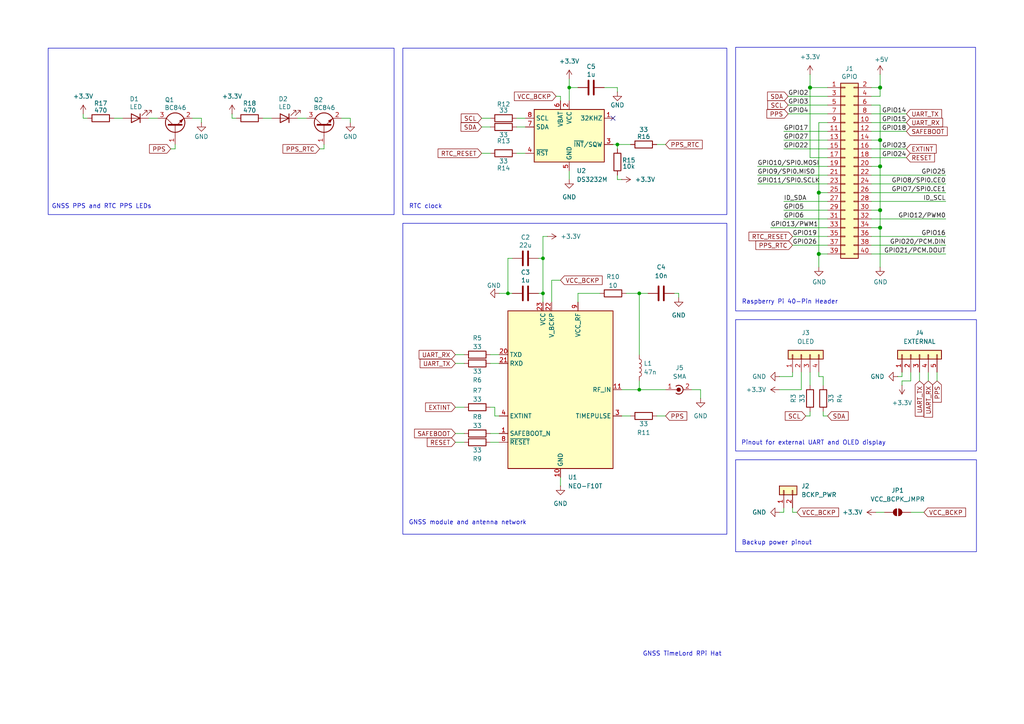
<source format=kicad_sch>
(kicad_sch (version 20250114) (generator "eeschema") (generator_version "9.0")
  (paper "A4")
  (title_block (date "15 nov 2012"))
  (lib_symbols
    (symbol "Connector:Conn_Coaxial_Power" (pin_names (offset 1.016) (hide yes))
      (property "Reference" "J" (at -5.08 -1.27 90))
      (property "Value" "Conn_Coaxial_Power" (at -3.175 -1.27 90))
      (symbol "Conn_Coaxial_Power_0_1"
        (arc (start 1.016 -0.508) (mid 1.2048 -0.8684) (end 1.27 -1.27) (stroke (width 0.254)))
        (polyline (pts (xy 0 0) (xy 0 -1.27)))
        (arc (start 1.27 -1.27) (mid 0 -2.5345) (end -1.27 -1.27) (stroke (width 0.254)))
        (arc (start -1.27 -1.27) (mid -1.2048 -0.8684) (end -1.016 -0.508) (stroke (width 0.254)))
        (circle (center 0 -1.27) (radius 0.508) (stroke (width 0.2032)) (fill (type outline)))
        (polyline (pts (xy 0 -2.54) (xy 0 -3.048)))
      )
      (symbol "Conn_Coaxial_Power_1_1"
        (pin passive line (at 0 2.54 270) (length 2.54) (name "In") (number "1"))
        (pin passive line (at 0 -5.08 90) (length 2.54) (name "Ext") (number "2"))
      )
    )
    (symbol "Connector_Generic:Conn_01x02" (pin_names (offset 1.016) (hide yes))
      (property "Reference" "J" (at 0 2.54 0))
      (property "Value" "Conn_01x02" (at 0 -5.08 0))
      (symbol "Conn_01x02_1_1"
        (rectangle (start -1.27 1.27) (end 1.27 -3.81) (stroke (width 0.254)) (fill (type background)))
        (rectangle (start -1.27 0.127) (end 0 -0.127) (stroke (width 0.1524)))
        (rectangle (start -1.27 -2.413) (end 0 -2.667) (stroke (width 0.1524)))
        (pin passive line (at -5.08 0 0) (length 3.81) (name "Pin_1") (number "1"))
        (pin passive line (at -5.08 -2.54 0) (length 3.81) (name "Pin_2") (number "2"))
      )
    )
    (symbol "Connector_Generic:Conn_01x04" (pin_names (offset 1.016) (hide yes))
      (property "Reference" "J" (at 0 5.08 0))
      (property "Value" "Conn_01x04" (at 0 -7.62 0))
      (symbol "Conn_01x04_1_1"
        (rectangle (start -1.27 3.81) (end 1.27 -6.35) (stroke (width 0.254)) (fill (type background)))
        (rectangle (start -1.27 2.667) (end 0 2.413) (stroke (width 0.1524)))
        (rectangle (start -1.27 0.127) (end 0 -0.127) (stroke (width 0.1524)))
        (rectangle (start -1.27 -2.413) (end 0 -2.667) (stroke (width 0.1524)))
        (rectangle (start -1.27 -4.953) (end 0 -5.207) (stroke (width 0.1524)))
        (pin passive line (at -5.08 2.54 0) (length 3.81) (name "Pin_1") (number "1"))
        (pin passive line (at -5.08 0 0) (length 3.81) (name "Pin_2") (number "2"))
        (pin passive line (at -5.08 -2.54 0) (length 3.81) (name "Pin_3") (number "3"))
        (pin passive line (at -5.08 -5.08 0) (length 3.81) (name "Pin_4") (number "4"))
      )
    )
    (symbol "Connector_Generic:Conn_01x05" (pin_names (offset 1.016) (hide yes))
      (property "Reference" "J" (at 0 7.62 0))
      (property "Value" "Conn_01x05" (at 0 -7.62 0))
      (symbol "Conn_01x05_1_1"
        (rectangle (start -1.27 6.35) (end 1.27 -6.35) (stroke (width 0.254)) (fill (type background)))
        (rectangle (start -1.27 5.207) (end 0 4.953) (stroke (width 0.1524)))
        (rectangle (start -1.27 2.667) (end 0 2.413) (stroke (width 0.1524)))
        (rectangle (start -1.27 0.127) (end 0 -0.127) (stroke (width 0.1524)))
        (rectangle (start -1.27 -2.413) (end 0 -2.667) (stroke (width 0.1524)))
        (rectangle (start -1.27 -4.953) (end 0 -5.207) (stroke (width 0.1524)))
        (pin passive line (at -5.08 5.08 0) (length 3.81) (name "Pin_1") (number "1"))
        (pin passive line (at -5.08 2.54 0) (length 3.81) (name "Pin_2") (number "2"))
        (pin passive line (at -5.08 0 0) (length 3.81) (name "Pin_3") (number "3"))
        (pin passive line (at -5.08 -2.54 0) (length 3.81) (name "Pin_4") (number "4"))
        (pin passive line (at -5.08 -5.08 0) (length 3.81) (name "Pin_5") (number "5"))
      )
    )
    (symbol "Connector_Generic:Conn_02x20_Odd_Even" (pin_names (offset 1.016) (hide yes))
      (property "Reference" "J" (at 1.27 25.4 0))
      (property "Value" "Conn_02x20_Odd_Even" (at 1.27 -27.94 0))
      (symbol "Conn_02x20_Odd_Even_1_1"
        (rectangle (start -1.27 24.13) (end 3.81 -26.67) (stroke (width 0.254)) (fill (type background)))
        (rectangle (start -1.27 22.987) (end 0 22.733) (stroke (width 0.1524)))
        (rectangle (start -1.27 20.447) (end 0 20.193) (stroke (width 0.1524)))
        (rectangle (start -1.27 17.907) (end 0 17.653) (stroke (width 0.1524)))
        (rectangle (start -1.27 15.367) (end 0 15.113) (stroke (width 0.1524)))
        (rectangle (start -1.27 12.827) (end 0 12.573) (stroke (width 0.1524)))
        (rectangle (start -1.27 10.287) (end 0 10.033) (stroke (width 0.1524)))
        (rectangle (start -1.27 7.747) (end 0 7.493) (stroke (width 0.1524)))
        (rectangle (start -1.27 5.207) (end 0 4.953) (stroke (width 0.1524)))
        (rectangle (start -1.27 2.667) (end 0 2.413) (stroke (width 0.1524)))
        (rectangle (start -1.27 0.127) (end 0 -0.127) (stroke (width 0.1524)))
        (rectangle (start -1.27 -2.413) (end 0 -2.667) (stroke (width 0.1524)))
        (rectangle (start -1.27 -4.953) (end 0 -5.207) (stroke (width 0.1524)))
        (rectangle (start -1.27 -7.493) (end 0 -7.747) (stroke (width 0.1524)))
        (rectangle (start -1.27 -10.033) (end 0 -10.287) (stroke (width 0.1524)))
        (rectangle (start -1.27 -12.573) (end 0 -12.827) (stroke (width 0.1524)))
        (rectangle (start -1.27 -15.113) (end 0 -15.367) (stroke (width 0.1524)))
        (rectangle (start -1.27 -17.653) (end 0 -17.907) (stroke (width 0.1524)))
        (rectangle (start -1.27 -20.193) (end 0 -20.447) (stroke (width 0.1524)))
        (rectangle (start -1.27 -22.733) (end 0 -22.987) (stroke (width 0.1524)))
        (rectangle (start -1.27 -25.273) (end 0 -25.527) (stroke (width 0.1524)))
        (rectangle (start 3.81 22.987) (end 2.54 22.733) (stroke (width 0.1524)))
        (rectangle (start 3.81 20.447) (end 2.54 20.193) (stroke (width 0.1524)))
        (rectangle (start 3.81 17.907) (end 2.54 17.653) (stroke (width 0.1524)))
        (rectangle (start 3.81 15.367) (end 2.54 15.113) (stroke (width 0.1524)))
        (rectangle (start 3.81 12.827) (end 2.54 12.573) (stroke (width 0.1524)))
        (rectangle (start 3.81 10.287) (end 2.54 10.033) (stroke (width 0.1524)))
        (rectangle (start 3.81 7.747) (end 2.54 7.493) (stroke (width 0.1524)))
        (rectangle (start 3.81 5.207) (end 2.54 4.953) (stroke (width 0.1524)))
        (rectangle (start 3.81 2.667) (end 2.54 2.413) (stroke (width 0.1524)))
        (rectangle (start 3.81 0.127) (end 2.54 -0.127) (stroke (width 0.1524)))
        (rectangle (start 3.81 -2.413) (end 2.54 -2.667) (stroke (width 0.1524)))
        (rectangle (start 3.81 -4.953) (end 2.54 -5.207) (stroke (width 0.1524)))
        (rectangle (start 3.81 -7.493) (end 2.54 -7.747) (stroke (width 0.1524)))
        (rectangle (start 3.81 -10.033) (end 2.54 -10.287) (stroke (width 0.1524)))
        (rectangle (start 3.81 -12.573) (end 2.54 -12.827) (stroke (width 0.1524)))
        (rectangle (start 3.81 -15.113) (end 2.54 -15.367) (stroke (width 0.1524)))
        (rectangle (start 3.81 -17.653) (end 2.54 -17.907) (stroke (width 0.1524)))
        (rectangle (start 3.81 -20.193) (end 2.54 -20.447) (stroke (width 0.1524)))
        (rectangle (start 3.81 -22.733) (end 2.54 -22.987) (stroke (width 0.1524)))
        (rectangle (start 3.81 -25.273) (end 2.54 -25.527) (stroke (width 0.1524)))
        (pin passive line (at -5.08 22.86 0) (length 3.81) (name "Pin_1") (number "1"))
        (pin passive line (at -5.08 20.32 0) (length 3.81) (name "Pin_3") (number "3"))
        (pin passive line (at -5.08 17.78 0) (length 3.81) (name "Pin_5") (number "5"))
        (pin passive line (at -5.08 15.24 0) (length 3.81) (name "Pin_7") (number "7"))
        (pin passive line (at -5.08 12.7 0) (length 3.81) (name "Pin_9") (number "9"))
        (pin passive line (at -5.08 10.16 0) (length 3.81) (name "Pin_11") (number "11"))
        (pin passive line (at -5.08 7.62 0) (length 3.81) (name "Pin_13") (number "13"))
        (pin passive line (at -5.08 5.08 0) (length 3.81) (name "Pin_15") (number "15"))
        (pin passive line (at -5.08 2.54 0) (length 3.81) (name "Pin_17") (number "17"))
        (pin passive line (at -5.08 0 0) (length 3.81) (name "Pin_19") (number "19"))
        (pin passive line (at -5.08 -2.54 0) (length 3.81) (name "Pin_21") (number "21"))
        (pin passive line (at -5.08 -5.08 0) (length 3.81) (name "Pin_23") (number "23"))
        (pin passive line (at -5.08 -7.62 0) (length 3.81) (name "Pin_25") (number "25"))
        (pin passive line (at -5.08 -10.16 0) (length 3.81) (name "Pin_27") (number "27"))
        (pin passive line (at -5.08 -12.7 0) (length 3.81) (name "Pin_29") (number "29"))
        (pin passive line (at -5.08 -15.24 0) (length 3.81) (name "Pin_31") (number "31"))
        (pin passive line (at -5.08 -17.78 0) (length 3.81) (name "Pin_33") (number "33"))
        (pin passive line (at -5.08 -20.32 0) (length 3.81) (name "Pin_35") (number "35"))
        (pin passive line (at -5.08 -22.86 0) (length 3.81) (name "Pin_37") (number "37"))
        (pin passive line (at -5.08 -25.4 0) (length 3.81) (name "Pin_39") (number "39"))
        (pin passive line (at 7.62 22.86 180) (length 3.81) (name "Pin_2") (number "2"))
        (pin passive line (at 7.62 20.32 180) (length 3.81) (name "Pin_4") (number "4"))
        (pin passive line (at 7.62 17.78 180) (length 3.81) (name "Pin_6") (number "6"))
        (pin passive line (at 7.62 15.24 180) (length 3.81) (name "Pin_8") (number "8"))
        (pin passive line (at 7.62 12.7 180) (length 3.81) (name "Pin_10") (number "10"))
        (pin passive line (at 7.62 10.16 180) (length 3.81) (name "Pin_12") (number "12"))
        (pin passive line (at 7.62 7.62 180) (length 3.81) (name "Pin_14") (number "14"))
        (pin passive line (at 7.62 5.08 180) (length 3.81) (name "Pin_16") (number "16"))
        (pin passive line (at 7.62 2.54 180) (length 3.81) (name "Pin_18") (number "18"))
        (pin passive line (at 7.62 0 180) (length 3.81) (name "Pin_20") (number "20"))
        (pin passive line (at 7.62 -2.54 180) (length 3.81) (name "Pin_22") (number "22"))
        (pin passive line (at 7.62 -5.08 180) (length 3.81) (name "Pin_24") (number "24"))
        (pin passive line (at 7.62 -7.62 180) (length 3.81) (name "Pin_26") (number "26"))
        (pin passive line (at 7.62 -10.16 180) (length 3.81) (name "Pin_28") (number "28"))
        (pin passive line (at 7.62 -12.7 180) (length 3.81) (name "Pin_30") (number "30"))
        (pin passive line (at 7.62 -15.24 180) (length 3.81) (name "Pin_32") (number "32"))
        (pin passive line (at 7.62 -17.78 180) (length 3.81) (name "Pin_34") (number "34"))
        (pin passive line (at 7.62 -20.32 180) (length 3.81) (name "Pin_36") (number "36"))
        (pin passive line (at 7.62 -22.86 180) (length 3.81) (name "Pin_38") (number "38"))
        (pin passive line (at 7.62 -25.4 180) (length 3.81) (name "Pin_40") (number "40"))
      )
    )
    (symbol "Device:C" (pin_numbers (hide yes)) (pin_names (offset 0.254))
      (property "Reference" "C" (at 0.635 2.54 0))
      (property "Value" "C" (at 0.635 -2.54 0))
      (symbol "C_0_1"
        (polyline (pts (xy -2.032 0.762) (xy 2.032 0.762)) (stroke (width 0.508)))
        (polyline (pts (xy -2.032 -0.762) (xy 2.032 -0.762)) (stroke (width 0.508)))
      )
      (symbol "C_1_1"
        (pin passive line (at 0 3.81 270) (length 2.794) (name "~") (number "1"))
        (pin passive line (at 0 -3.81 90) (length 2.794) (name "~") (number "2"))
      )
    )
    (symbol "Device:L" (pin_numbers (hide yes)) (pin_names (offset 1.016) (hide yes))
      (property "Reference" "L" (at -1.27 0 90))
      (property "Value" "L" (at 1.905 0 90))
      (symbol "L_0_1"
        (arc (start 0 2.54) (mid 0.6323 1.905) (end 0 1.27))
        (arc (start 0 1.27) (mid 0.6323 0.635) (end 0 0))
        (arc (start 0 0) (mid 0.6323 -0.635) (end 0 -1.27))
        (arc (start 0 -1.27) (mid 0.6323 -1.905) (end 0 -2.54))
      )
      (symbol "L_1_1"
        (pin passive line (at 0 3.81 270) (length 1.27) (name "1") (number "1"))
        (pin passive line (at 0 -3.81 90) (length 1.27) (name "2") (number "2"))
      )
    )
    (symbol "Device:LED" (pin_numbers (hide yes)) (pin_names (offset 1.016) (hide yes))
      (property "Reference" "D" (at 0 2.54 0))
      (property "Value" "LED" (at 0 -2.54 0))
      (symbol "LED_0_1"
        (polyline (pts (xy -3.048 -0.762) (xy -4.572 -2.286) (xy -3.81 -2.286) (xy -4.572 -2.286) (xy -4.572 -1.524)))
        (polyline (pts (xy -1.778 -0.762) (xy -3.302 -2.286) (xy -2.54 -2.286) (xy -3.302 -2.286) (xy -3.302 -1.524)))
        (polyline (pts (xy -1.27 0) (xy 1.27 0)))
        (polyline (pts (xy -1.27 -1.27) (xy -1.27 1.27)) (stroke (width 0.254)))
        (polyline (pts (xy 1.27 -1.27) (xy 1.27 1.27) (xy -1.27 0) (xy 1.27 -1.27)) (stroke (width 0.254)))
      )
      (symbol "LED_1_1"
        (pin passive line (at -3.81 0 0) (length 2.54) (name "K") (number "1"))
        (pin passive line (at 3.81 0 180) (length 2.54) (name "A") (number "2"))
      )
    )
    (symbol "Device:R" (pin_numbers (hide yes)) (pin_names (offset 0))
      (property "Reference" "R" (at 2.032 0 90))
      (property "Value" "R" (at 0 0 90))
      (symbol "R_0_1"
        (rectangle (start -1.016 -2.54) (end 1.016 2.54) (stroke (width 0.254)))
      )
      (symbol "R_1_1"
        (pin passive line (at 0 3.81 270) (length 1.27) (name "~") (number "1"))
        (pin passive line (at 0 -3.81 90) (length 1.27) (name "~") (number "2"))
      )
    )
    (symbol "Jumper:SolderJumper_2_Open" (pin_numbers (hide yes)) (pin_names (offset 0) (hide yes)) (exclude_from_sim yes) (in_bom no)
      (property "Reference" "JP" (at 0 2.032 0))
      (property "Value" "SolderJumper_2_Open" (at 0 -2.54 0))
      (symbol "SolderJumper_2_Open_0_1"
        (polyline (pts (xy -0.254 1.016) (xy -0.254 -1.016)))
        (arc (start -0.254 -1.016) (mid -1.2656 0) (end -0.254 1.016))
        (arc (start -0.254 -1.016) (mid -1.2656 0) (end -0.254 1.016) (fill (type outline)))
        (arc (start 0.254 1.016) (mid 1.2656 0) (end 0.254 -1.016))
        (arc (start 0.254 1.016) (mid 1.2656 0) (end 0.254 -1.016) (fill (type outline)))
        (polyline (pts (xy 0.254 1.016) (xy 0.254 -1.016)))
      )
      (symbol "SolderJumper_2_Open_1_1"
        (pin passive line (at -3.81 0 0) (length 2.54) (name "A") (number "1"))
        (pin passive line (at 3.81 0 180) (length 2.54) (name "B") (number "2"))
      )
    )
    (symbol "Timer_RTC:DS3232M"
      (property "Reference" "U" (at -7.62 8.89 0))
      (property "Value" "DS3232M" (at 10.16 8.89 0))
      (symbol "DS3232M_0_1"
        (rectangle (start -10.16 7.62) (end 10.16 -7.62) (stroke (width 0.254)) (fill (type background)))
      )
      (symbol "DS3232M_1_1"
        (pin input line (at -12.7 5.08 0) (length 2.54) (name "SCL") (number "8"))
        (pin bidirectional line (at -12.7 2.54 0) (length 2.54) (name "SDA") (number "7"))
        (pin bidirectional line (at -12.7 -5.08 0) (length 2.54) (name "~{RST}") (number "4"))
        (pin power_in line (at -2.54 10.16 270) (length 2.54) (name "VBAT") (number "6"))
        (pin power_in line (at 0 10.16 270) (length 2.54) (name "VCC") (number "2"))
        (pin power_in line (at 0 -10.16 90) (length 2.54) (name "GND") (number "5"))
        (pin output line (at 12.7 5.08 180) (length 2.54) (name "32KHZ") (number "1"))
        (pin open_collector line (at 12.7 -2.54 180) (length 2.54) (name "~{INT}/SQW") (number "3"))
      )
    )
    (symbol "Transistor_BJT:BC846" (pin_names (offset 0) (hide yes))
      (property "Reference" "Q" (at 5.08 1.905 0))
      (property "Value" "BC846" (at 5.08 0 0))
      (symbol "BC846_0_1"
        (polyline (pts (xy -2.54 0) (xy 0.635 0)))
        (polyline (pts (xy 0.635 1.905) (xy 0.635 -1.905)) (stroke (width 0.508)))
        (circle (center 1.27 0) (radius 2.8194) (stroke (width 0.254)))
      )
      (symbol "BC846_1_1"
        (polyline (pts (xy 0.635 0.635) (xy 2.54 2.54)))
        (polyline (pts (xy 0.635 -0.635) (xy 2.54 -2.54)))
        (polyline (pts (xy 1.27 -1.778) (xy 1.778 -1.27) (xy 2.286 -2.286) (xy 1.27 -1.778)) (fill (type outline)))
        (pin input line (at -5.08 0 0) (length 2.54) (name "B") (number "1"))
        (pin passive line (at 2.54 5.08 270) (length 2.54) (name "C") (number "3"))
        (pin passive line (at 2.54 -5.08 90) (length 2.54) (name "E") (number "2"))
      )
    )
    (symbol "neo-f10t:NEO-F10T"
      (property "Reference" "U" (at -13.97 24.13 0))
      (property "Value" "NEO-F10T" (at 11.43 24.13 0))
      (symbol "NEO-F10T_0_1"
        (rectangle (start -15.24 22.86) (end 15.24 -22.86) (stroke (width 0.254)) (fill (type background)))
      )
      (symbol "NEO-F10T_1_1"
        (pin output line (at -17.78 10.16 0) (length 2.54) (name "TXD") (number "20"))
        (pin input line (at -17.78 7.62 0) (length 2.54) (name "RXD") (number "21"))
        (pin input line (at -17.78 -7.62 0) (length 2.54) (name "EXTINT") (number "4"))
        (pin bidirectional line (at -17.78 -12.7 0) (length 2.54) (name "SAFEBOOT_N") (number "1"))
        (pin input line (at -17.78 -15.24 0) (length 2.54) (name "~{RESET}") (number "8"))
        (pin no_connect line (at -15.24 17.78 0) (length 2.54) (hide yes) (name "RESERVED") (number "5"))
        (pin no_connect line (at -15.24 15.24 0) (length 2.54) (hide yes) (name "RESERVED") (number "6"))
        (pin no_connect line (at -15.24 2.54 0) (length 2.54) (hide yes) (name "RESERVED") (number "18"))
        (pin no_connect line (at -15.24 0 0) (length 2.54) (hide yes) (name "RESERVED") (number "19"))
        (pin no_connect line (at -15.24 -5.08 0) (length 2.54) (hide yes) (name "RESERVED") (number "15"))
        (pin no_connect line (at -15.24 -17.78 0) (length 2.54) (hide yes) (name "RESERVED") (number "2"))
        (pin power_in line (at -5.08 25.4 270) (length 2.54) (name "VCC") (number "23"))
        (pin power_in line (at -2.54 25.4 270) (length 2.54) (name "V_BCKP") (number "22"))
        (pin no_connect line (at 0 22.86 270) (length 2.54) (hide yes) (name "RESERVED") (number "7"))
        (pin power_in line (at 0 -25.4 90) (length 2.54) (name "GND") (number "10"))
        (pin passive line (at 0 -25.4 90) (length 2.54) (hide yes) (name "GND") (number "12"))
        (pin passive line (at 0 -25.4 90) (length 2.54) (hide yes) (name "GND") (number "13"))
        (pin passive line (at 0 -25.4 90) (length 2.54) (hide yes) (name "GND") (number "24"))
        (pin power_out line (at 5.08 25.4 270) (length 2.54) (name "VCC_RF") (number "9"))
        (pin no_connect line (at 15.24 5.08 180) (length 2.54) (hide yes) (name "RESERVED") (number "14"))
        (pin no_connect line (at 15.24 -10.16 180) (length 2.54) (hide yes) (name "RESERVED") (number "16"))
        (pin no_connect line (at 15.24 -12.7 180) (length 2.54) (hide yes) (name "RESERVED") (number "17"))
        (pin input line (at 17.78 0 180) (length 2.54) (name "RF_IN") (number "11"))
        (pin output line (at 17.78 -7.62 180) (length 2.54) (name "TIMEPULSE") (number "3"))
      )
    )
    (symbol "power:+3.3V" (power) (pin_numbers (hide yes)) (pin_names (offset 0) (hide yes))
      (property "Value" "+3.3V" (at 0 3.556 0))
      (symbol "+3.3V_0_1"
        (polyline (pts (xy -0.762 1.27) (xy 0 2.54)))
        (polyline (pts (xy 0 2.54) (xy 0.762 1.27)))
        (polyline (pts (xy 0 0) (xy 0 2.54)))
      )
      (symbol "+3.3V_1_1"
        (pin power_in line (at 0 0 90) (length 0) (name "~") (number "1"))
      )
    )
    (symbol "power:+5V" (power) (pin_numbers (hide yes)) (pin_names (offset 0) (hide yes))
      (property "Value" "+5V" (at 0 3.556 0))
      (symbol "+5V_0_1"
        (polyline (pts (xy -0.762 1.27) (xy 0 2.54)))
        (polyline (pts (xy 0 2.54) (xy 0.762 1.27)))
        (polyline (pts (xy 0 0) (xy 0 2.54)))
      )
      (symbol "+5V_1_1"
        (pin power_in line (at 0 0 90) (length 0) (name "~") (number "1"))
      )
    )
    (symbol "power:GND" (power) (pin_numbers (hide yes)) (pin_names (offset 0) (hide yes))
      (property "Value" "GND" (at 0 -3.81 0))
      (symbol "GND_0_1"
        (polyline (pts (xy 0 0) (xy 0 -1.27) (xy 1.27 -1.27) (xy 0 -2.54) (xy -1.27 -1.27) (xy 0 -1.27)))
      )
      (symbol "GND_1_1"
        (pin power_in line (at 0 0 270) (length 0) (name "~") (number "1"))
      )
    )
  )
  (rectangle (start 213.36 92.71) (end 283.21 130.81))
  (rectangle (start 213.36 13.716) (end 282.956 90.17))
  (rectangle (start 116.84 13.97) (end 210.82 62.23))
  (rectangle (start 13.97 13.97) (end 114.3 62.23))
  (rectangle (start 213.36 133.35) (end 283.21 160.02))
  (rectangle (start 116.84 64.77) (end 210.82 154.94))
  (text "RTC clock" (at 123.444 59.944 0) (effects (font (size 1.27 1.27))))
  (text "GNSS PPS and RTC PPS LEDs\n" (at 29.464 59.944 0) (effects (font (size 1.27 1.27))))
  (text "Backup power pinout" (at 225.298 157.48 0) (effects (font (size 1.27 1.27))))
  (text "GNSS TimeLord RPi Hat" (at 197.866 189.738 0) (effects (font (size 1.27 1.27))))
  (text "Pinout for external UART and OLED display" (at 235.966 128.524 0) (effects (font (size 1.27 1.27))))
  (text "GNSS module and antenna network" (at 135.636 151.638 0) (effects (font (size 1.27 1.27))))
  (text "Raspberry Pi 40-Pin Header" (at 229.108 87.63 0) (effects (font (size 1.27 1.27))))
  (junction (at 255.27 25.4) (diameter 1.016))
  (junction (at 255.27 40.64) (diameter 1.016))
  (junction (at 179.07 41.91))
  (junction (at 157.48 74.93))
  (junction (at 165.1 25.4))
  (junction (at 237.49 73.66) (diameter 1.016))
  (junction (at 237.49 55.88) (diameter 1.016))
  (junction (at 185.42 113.03))
  (junction (at 147.32 85.09))
  (junction (at 255.27 66.04) (diameter 1.016))
  (junction (at 255.27 60.96) (diameter 1.016))
  (junction (at 255.27 48.26) (diameter 1.016))
  (junction (at 157.48 85.09))
  (junction (at 185.42 85.09))
  (junction (at 234.95 25.4) (diameter 1.016))
  (no_connect (at 177.8 34.29))
  (wire (pts (xy 237.49 55.88) (xy 237.49 73.66)))
  (wire (pts (xy 252.73 55.88) (xy 274.32 55.88)))
  (wire (pts (xy 196.85 86.36) (xy 196.85 85.09)))
  (wire (pts (xy 240.03 38.1) (xy 227.33 38.1)))
  (wire (pts (xy 234.95 120.65) (xy 233.68 120.65)))
  (wire (pts (xy 58.42 34.29) (xy 58.42 35.56)))
  (wire (pts (xy 229.87 109.22) (xy 229.87 107.95)))
  (wire (pts (xy 227.33 148.59) (xy 227.33 147.32)))
  (wire (pts (xy 255.27 30.48) (xy 255.27 40.64)))
  (wire (pts (xy 255.27 48.26) (xy 252.73 48.26)))
  (wire (pts (xy 142.24 125.73) (xy 144.78 125.73)))
  (wire (pts (xy 92.71 43.18) (xy 93.98 43.18)))
  (wire (pts (xy 165.1 25.4) (xy 165.1 22.86)))
  (wire (pts (xy 149.86 44.45) (xy 152.4 44.45)))
  (wire (pts (xy 261.62 110.49) (xy 261.62 111.76)))
  (wire (pts (xy 255.27 60.96) (xy 255.27 66.04)))
  (wire (pts (xy 147.32 74.93) (xy 148.59 74.93)))
  (wire (pts (xy 226.06 109.22) (xy 229.87 109.22)))
  (wire (pts (xy 179.07 26.67) (xy 179.07 25.4)))
  (wire (pts (xy 147.32 85.09) (xy 147.32 74.93)))
  (wire (pts (xy 142.24 105.41) (xy 144.78 105.41)))
  (wire (pts (xy 143.51 118.11) (xy 143.51 120.65)))
  (wire (pts (xy 238.76 109.22) (xy 238.76 111.76)))
  (wire (pts (xy 180.34 52.07) (xy 179.07 52.07)))
  (wire (pts (xy 255.27 48.26) (xy 255.27 60.96)))
  (wire (pts (xy 252.73 33.02) (xy 262.89 33.02)))
  (wire (pts (xy 139.7 44.45) (xy 142.24 44.45)))
  (wire (pts (xy 237.49 35.56) (xy 237.49 55.88)))
  (wire (pts (xy 266.7 107.95) (xy 266.7 110.49)))
  (wire (pts (xy 24.13 34.29) (xy 25.4 34.29)))
  (wire (pts (xy 261.62 109.22) (xy 261.62 107.95)))
  (wire (pts (xy 157.48 87.63) (xy 157.48 85.09)))
  (wire (pts (xy 24.13 33.02) (xy 24.13 34.29)))
  (wire (pts (xy 237.49 35.56) (xy 240.03 35.56)))
  (wire (pts (xy 252.73 53.34) (xy 274.32 53.34)))
  (wire (pts (xy 49.53 43.18) (xy 50.8 43.18)))
  (wire (pts (xy 240.03 58.42) (xy 227.33 58.42)))
  (wire (pts (xy 234.95 120.65) (xy 234.95 119.38)))
  (wire (pts (xy 227.33 60.96) (xy 240.03 60.96)))
  (wire (pts (xy 179.07 52.07) (xy 179.07 50.8)))
  (wire (pts (xy 149.86 34.29) (xy 152.4 34.29)))
  (wire (pts (xy 240.03 120.65) (xy 238.76 120.65)))
  (wire (pts (xy 156.21 85.09) (xy 157.48 85.09)))
  (wire (pts (xy 101.6 34.29) (xy 101.6 35.56)))
  (wire (pts (xy 237.49 55.88) (xy 240.03 55.88)))
  (wire (pts (xy 252.73 43.18) (xy 262.89 43.18)))
  (wire (pts (xy 162.56 27.94) (xy 161.29 27.94)))
  (wire (pts (xy 226.06 148.59) (xy 227.33 148.59)))
  (wire (pts (xy 142.24 128.27) (xy 144.78 128.27)))
  (wire (pts (xy 139.7 36.83) (xy 142.24 36.83)))
  (wire (pts (xy 252.73 73.66) (xy 274.32 73.66)))
  (wire (pts (xy 237.49 73.66) (xy 237.49 77.47)))
  (wire (pts (xy 227.33 40.64) (xy 240.03 40.64)))
  (wire (pts (xy 157.48 68.58) (xy 158.75 68.58)))
  (wire (pts (xy 234.95 21.59) (xy 234.95 25.4)))
  (wire (pts (xy 226.06 113.03) (xy 232.41 113.03)))
  (wire (pts (xy 180.34 113.03) (xy 185.42 113.03)))
  (wire (pts (xy 271.78 107.95) (xy 271.78 110.49)))
  (wire (pts (xy 147.32 85.09) (xy 148.59 85.09)))
  (wire (pts (xy 177.8 41.91) (xy 179.07 41.91)))
  (wire (pts (xy 43.18 34.29) (xy 45.72 34.29)))
  (wire (pts (xy 203.2 113.03) (xy 200.66 113.03)))
  (wire (pts (xy 255.27 66.04) (xy 252.73 66.04)))
  (wire (pts (xy 33.02 34.29) (xy 35.56 34.29)))
  (wire (pts (xy 185.42 113.03) (xy 193.04 113.03)))
  (wire (pts (xy 67.31 34.29) (xy 68.58 34.29)))
  (wire (pts (xy 228.6 30.48) (xy 240.03 30.48)))
  (wire (pts (xy 165.1 49.53) (xy 165.1 52.07)))
  (wire (pts (xy 181.61 85.09) (xy 185.42 85.09)))
  (wire (pts (xy 219.71 53.34) (xy 240.03 53.34)))
  (wire (pts (xy 261.62 110.49) (xy 264.16 110.49)))
  (wire (pts (xy 234.95 45.72) (xy 240.03 45.72)))
  (wire (pts (xy 101.6 34.29) (xy 99.06 34.29)))
  (wire (pts (xy 240.03 27.94) (xy 228.6 27.94)))
  (wire (pts (xy 260.35 109.22) (xy 261.62 109.22)))
  (wire (pts (xy 255.27 25.4) (xy 255.27 27.94)))
  (wire (pts (xy 132.08 118.11) (xy 134.62 118.11)))
  (wire (pts (xy 160.02 81.28) (xy 162.56 81.28)))
  (wire (pts (xy 196.85 85.09) (xy 195.58 85.09)))
  (wire (pts (xy 229.87 148.59) (xy 229.87 147.32)))
  (wire (pts (xy 255.27 40.64) (xy 255.27 48.26)))
  (wire (pts (xy 252.73 38.1) (xy 262.89 38.1)))
  (wire (pts (xy 255.27 40.64) (xy 252.73 40.64)))
  (wire (pts (xy 264.16 148.59) (xy 267.97 148.59)))
  (wire (pts (xy 162.56 29.21) (xy 162.56 27.94)))
  (wire (pts (xy 255.27 21.59) (xy 255.27 25.4)))
  (wire (pts (xy 228.6 33.02) (xy 240.03 33.02)))
  (wire (pts (xy 255.27 25.4) (xy 252.73 25.4)))
  (wire (pts (xy 229.87 68.58) (xy 240.03 68.58)))
  (wire (pts (xy 234.95 25.4) (xy 234.95 45.72)))
  (wire (pts (xy 252.73 45.72) (xy 262.89 45.72)))
  (wire (pts (xy 142.24 118.11) (xy 143.51 118.11)))
  (wire (pts (xy 252.73 35.56) (xy 262.89 35.56)))
  (wire (pts (xy 50.8 43.18) (xy 50.8 41.91)))
  (wire (pts (xy 185.42 102.87) (xy 185.42 85.09)))
  (wire (pts (xy 76.2 34.29) (xy 78.74 34.29)))
  (wire (pts (xy 238.76 120.65) (xy 238.76 119.38)))
  (wire (pts (xy 227.33 43.18) (xy 240.03 43.18)))
  (wire (pts (xy 157.48 74.93) (xy 157.48 85.09)))
  (wire (pts (xy 219.71 50.8) (xy 240.03 50.8)))
  (wire (pts (xy 167.64 25.4) (xy 165.1 25.4)))
  (wire (pts (xy 132.08 102.87) (xy 134.62 102.87)))
  (wire (pts (xy 269.24 107.95) (xy 269.24 110.49)))
  (wire (pts (xy 139.7 34.29) (xy 142.24 34.29)))
  (wire (pts (xy 234.95 107.95) (xy 234.95 111.76)))
  (wire (pts (xy 227.33 63.5) (xy 240.03 63.5)))
  (wire (pts (xy 58.42 34.29) (xy 55.88 34.29)))
  (wire (pts (xy 255.27 27.94) (xy 252.73 27.94)))
  (wire (pts (xy 193.04 120.65) (xy 190.5 120.65)))
  (wire (pts (xy 67.31 33.02) (xy 67.31 34.29)))
  (wire (pts (xy 252.73 68.58) (xy 274.32 68.58)))
  (wire (pts (xy 93.98 43.18) (xy 93.98 41.91)))
  (wire (pts (xy 252.73 63.5) (xy 274.32 63.5)))
  (wire (pts (xy 237.49 73.66) (xy 240.03 73.66)))
  (wire (pts (xy 143.51 120.65) (xy 144.78 120.65)))
  (wire (pts (xy 238.76 109.22) (xy 237.49 109.22)))
  (wire (pts (xy 252.73 71.12) (xy 274.32 71.12)))
  (wire (pts (xy 132.08 105.41) (xy 134.62 105.41)))
  (wire (pts (xy 264.16 110.49) (xy 264.16 107.95)))
  (wire (pts (xy 255.27 30.48) (xy 252.73 30.48)))
  (wire (pts (xy 229.87 71.12) (xy 240.03 71.12)))
  (wire (pts (xy 185.42 110.49) (xy 185.42 113.03)))
  (wire (pts (xy 157.48 68.58) (xy 157.48 74.93)))
  (wire (pts (xy 175.26 25.4) (xy 179.07 25.4)))
  (wire (pts (xy 232.41 113.03) (xy 232.41 107.95)))
  (wire (pts (xy 203.2 115.57) (xy 203.2 113.03)))
  (wire (pts (xy 132.08 125.73) (xy 134.62 125.73)))
  (wire (pts (xy 237.49 109.22) (xy 237.49 107.95)))
  (wire (pts (xy 231.14 148.59) (xy 229.87 148.59)))
  (wire (pts (xy 162.56 138.43) (xy 162.56 140.97)))
  (wire (pts (xy 179.07 43.18) (xy 179.07 41.91)))
  (wire (pts (xy 167.64 85.09) (xy 173.99 85.09)))
  (wire (pts (xy 255.27 66.04) (xy 255.27 77.47)))
  (wire (pts (xy 167.64 87.63) (xy 167.64 85.09)))
  (wire (pts (xy 252.73 50.8) (xy 274.32 50.8)))
  (wire (pts (xy 240.03 66.04) (xy 223.52 66.04)))
  (wire (pts (xy 160.02 81.28) (xy 160.02 87.63)))
  (wire (pts (xy 165.1 25.4) (xy 165.1 29.21)))
  (wire (pts (xy 187.96 85.09) (xy 185.42 85.09)))
  (wire (pts (xy 86.36 34.29) (xy 88.9 34.29)))
  (wire (pts (xy 156.21 74.93) (xy 157.48 74.93)))
  (wire (pts (xy 255.27 60.96) (xy 252.73 60.96)))
  (wire (pts (xy 234.95 25.4) (xy 240.03 25.4)))
  (wire (pts (xy 132.08 128.27) (xy 134.62 128.27)))
  (wire (pts (xy 190.5 41.91) (xy 193.04 41.91)))
  (wire (pts (xy 142.24 102.87) (xy 144.78 102.87)))
  (wire (pts (xy 144.78 85.09) (xy 147.32 85.09)))
  (wire (pts (xy 180.34 120.65) (xy 182.88 120.65)))
  (wire (pts (xy 240.03 48.26) (xy 219.71 48.26)))
  (wire (pts (xy 252.73 58.42) (xy 274.32 58.42)))
  (wire (pts (xy 179.07 41.91) (xy 182.88 41.91)))
  (wire (pts (xy 149.86 36.83) (xy 152.4 36.83)))
  (wire (pts (xy 254 148.59) (xy 256.54 148.59)))
  (label "ID_SDA" (at 227.33 58.42 0))
  (label "GPIO6" (at 227.33 63.5 0))
  (label "ID_SCL" (at 274.32 58.42 180))
  (label "GPIO5" (at 227.33 60.96 0))
  (label "GPIO21{slash}PCM.DOUT" (at 274.32 73.66 180))
  (label "GPIO19" (at 229.87 68.58 0))
  (label "GPIO10{slash}SPI0.MOSI" (at 219.71 48.26 0))
  (label "GPIO9{slash}SPI0.MISO" (at 219.71 50.8 0))
  (label "GPIO23" (at 262.89 43.18 180))
  (label "GPIO4" (at 228.6 33.02 0))
  (label "GPIO27" (at 227.33 40.64 0))
  (label "GPIO26" (at 229.87 71.12 0))
  (label "GPIO14" (at 262.89 33.02 180))
  (label "GPIO8{slash}SPI0.CE0" (at 274.32 53.34 180))
  (label "GPIO15" (at 262.89 35.56 180))
  (label "GPIO16" (at 274.32 68.58 180))
  (label "GPIO22" (at 227.33 43.18 0))
  (label "GPIO2" (at 228.6 27.94 0))
  (label "GPIO17" (at 227.33 38.1 0))
  (label "GPIO25" (at 274.32 50.8 180))
  (label "GPIO3" (at 228.6 30.48 0))
  (label "GPIO18" (at 262.89 38.1 180))
  (label "GPIO12{slash}PWM0" (at 274.32 63.5 180))
  (label "GPIO13{slash}PWM1" (at 223.52 66.04 0))
  (label "GPIO20{slash}PCM.DIN" (at 274.32 71.12 180))
  (label "GPIO24" (at 262.89 45.72 180))
  (label "GPIO7{slash}SPI0.CE1" (at 274.32 55.88 180))
  (label "GPIO11{slash}SPI0.SCLK" (at 219.71 53.34 0))
  (global_label "SAFEBOOT" (shape input) (at 132.08 125.73 180) (property "Intersheetrefs" "${INTERSHEET_REFS}" (effects (hide yes))))
  (global_label "RESET" (shape input) (at 132.08 128.27 180) (property "Intersheetrefs" "${INTERSHEET_REFS}" (effects (hide yes))))
  (global_label "UART_RX" (shape input) (at 269.24 110.49 270) (property "Intersheetrefs" "${INTERSHEET_REFS}" (effects (hide yes))))
  (global_label "UART_TX" (shape input) (at 262.89 33.02 0) (property "Intersheetrefs" "${INTERSHEET_REFS}" (effects (hide yes))))
  (global_label "PPS" (shape input) (at 228.6 33.02 180) (property "Intersheetrefs" "${INTERSHEET_REFS}" (effects (hide yes))))
  (global_label "VCC_BCKP" (shape input) (at 231.14 148.59 0) (property "Intersheetrefs" "${INTERSHEET_REFS}" (effects (hide yes))))
  (global_label "PPS_RTC" (shape input) (at 229.87 71.12 180) (property "Intersheetrefs" "${INTERSHEET_REFS}" (effects (hide yes))))
  (global_label "SCL" (shape input) (at 228.6 30.48 180) (property "Intersheetrefs" "${INTERSHEET_REFS}" (effects (hide yes))))
  (global_label "VCC_BCKP" (shape input) (at 161.29 27.94 180) (property "Intersheetrefs" "${INTERSHEET_REFS}" (effects (hide yes))))
  (global_label "UART_RX" (shape input) (at 262.89 35.56 0) (property "Intersheetrefs" "${INTERSHEET_REFS}" (effects (hide yes))))
  (global_label "UART_RX" (shape input) (at 132.08 102.87 180) (property "Intersheetrefs" "${INTERSHEET_REFS}" (effects (hide yes))))
  (global_label "SAFEBOOT" (shape input) (at 262.89 38.1 0) (property "Intersheetrefs" "${INTERSHEET_REFS}" (effects (hide yes))))
  (global_label "PPS" (shape input) (at 271.78 110.49 270) (property "Intersheetrefs" "${INTERSHEET_REFS}" (effects (hide yes))))
  (global_label "RTC_RESET" (shape input) (at 229.87 68.58 180) (property "Intersheetrefs" "${INTERSHEET_REFS}" (effects (hide yes))))
  (global_label "SCL" (shape input) (at 233.68 120.65 180) (property "Intersheetrefs" "${INTERSHEET_REFS}" (effects (hide yes))))
  (global_label "PPS_RTC" (shape input) (at 193.04 41.91 0) (property "Intersheetrefs" "${INTERSHEET_REFS}" (effects (hide yes))))
  (global_label "PPS" (shape input) (at 193.04 120.65 0) (property "Intersheetrefs" "${INTERSHEET_REFS}" (effects (hide yes))))
  (global_label "RESET" (shape input) (at 262.89 45.72 0) (property "Intersheetrefs" "${INTERSHEET_REFS}" (effects (hide yes))))
  (global_label "UART_TX" (shape input) (at 266.7 110.49 270) (property "Intersheetrefs" "${INTERSHEET_REFS}" (effects (hide yes))))
  (global_label "SDA" (shape input) (at 228.6 27.94 180) (property "Intersheetrefs" "${INTERSHEET_REFS}" (effects (hide yes))))
  (global_label "VCC_BCKP" (shape input) (at 267.97 148.59 0) (property "Intersheetrefs" "${INTERSHEET_REFS}" (effects (hide yes))))
  (global_label "RTC_RESET" (shape input) (at 139.7 44.45 180) (property "Intersheetrefs" "${INTERSHEET_REFS}" (effects (hide yes))))
  (global_label "EXTINT" (shape input) (at 132.08 118.11 180) (property "Intersheetrefs" "${INTERSHEET_REFS}" (effects (hide yes))))
  (global_label "PPS" (shape input) (at 49.53 43.18 180) (property "Intersheetrefs" "${INTERSHEET_REFS}" (effects (hide yes))))
  (global_label "EXTINT" (shape input) (at 262.89 43.18 0) (property "Intersheetrefs" "${INTERSHEET_REFS}" (effects (hide yes))))
  (global_label "SCL" (shape input) (at 139.7 34.29 180) (property "Intersheetrefs" "${INTERSHEET_REFS}" (effects (hide yes))))
  (global_label "SDA" (shape input) (at 240.03 120.65 0) (property "Intersheetrefs" "${INTERSHEET_REFS}" (effects (hide yes))))
  (global_label "UART_TX" (shape input) (at 132.08 105.41 180) (property "Intersheetrefs" "${INTERSHEET_REFS}" (effects (hide yes))))
  (global_label "SDA" (shape input) (at 139.7 36.83 180) (property "Intersheetrefs" "${INTERSHEET_REFS}" (effects (hide yes))))
  (global_label "PPS_RTC" (shape input) (at 92.71 43.18 180) (property "Intersheetrefs" "${INTERSHEET_REFS}" (effects (hide yes))))
  (global_label "VCC_BCKP" (shape input) (at 162.56 81.28 0) (property "Intersheetrefs" "${INTERSHEET_REFS}" (effects (hide yes))))
  (symbol (lib_id "power:+5V") (at 255.27 21.59 0) (unit 1)
    (property "Reference" "#PWR01" (effects (hide yes)))
    (property "Value" "+5V" (at 255.6383 17.2656 0))
    (property "Description" "Power symbol creates a global label with name \"+5V\"" (effects (hide yes)))
  )
  (symbol (lib_id "power:GND") (at 255.27 77.47 0) (unit 1)
    (property "Reference" "#PWR02" (effects (hide yes)))
    (property "Value" "GND" (at 255.3843 81.7944 0))
    (property "Description" "Power symbol creates a global label with name \"GND\" , ground" (effects (hide yes)))
  )
  (symbol (lib_id "power:GND") (at 237.49 77.47 0) (unit 1)
    (property "Reference" "#PWR03" (effects (hide yes)))
    (property "Value" "GND" (at 237.6043 81.7944 0))
    (property "Description" "Power symbol creates a global label with name \"GND\" , ground" (effects (hide yes)))
  )
  (symbol (lib_id "Connector_Generic:Conn_02x20_Odd_Even") (at 245.11 48.26 0) (unit 1)
    (property "Reference" "J1" (at 246.38 19.9198 0))
    (property "Value" "GPIO" (at 246.38 22.225 0))
    (property "Footprint" "Connector_PinSocket_2.54mm:PinSocket_2x20_P2.54mm_Vertical" (effects (hide yes)))
    (property "Description" "Generic connector, double row, 02x20, odd/even pin numbering scheme (row 1 odd numbers, row 2 even numbers), script generated (kicad-library-utils/schlib/autogen/connector/)" (effects (hide yes)))
    (property "MFR" "485-2222" (effects (hide yes)))
  )
  (symbol (lib_id "power:+3.3V") (at 234.95 21.59 0) (unit 1)
    (property "Reference" "#PWR0121" (effects (hide yes)))
    (property "Value" "+3.3V" (at 234.95 16.51 0))
    (property "Description" "Power symbol creates a global label with name \"+3.3V\"" (effects (hide yes)))
  )
  (symbol (lib_id "Device:C") (at 191.77 85.09 90) (unit 1)
    (property "Reference" "C4" (at 191.77 77.47 90))
    (property "Value" "10n" (at 191.77 80.01 90))
    (property "Footprint" "Capacitor_SMD:C_0805_2012Metric" (effects (hide yes)))
    (property "Description" "Unpolarized capacitor" (effects (hide yes)))
    (property "MFR" "791-0805N103G500CT" (effects (hide yes)))
  )
  (symbol (lib_id "neo-f10t:NEO-F10T") (at 162.56 113.03 0) (unit 1)
    (property "Reference" "U1" (at 164.7033 138.43 0) (effects (justify left)))
    (property "Value" "NEO-F10T" (at 164.7033 140.97 0) (effects (justify left)))
    (property "Footprint" "RF_GPS:ublox_NEO" (effects (hide yes)))
    (property "Datasheet" "https://content.u-blox.com/sites/default/files/documents/NEO-LEA-M8T-FW3_DataSheet_UBX-15025193.pdf" (effects (hide yes)))
    (property "Description" "GNSS Module NEO M8, VCC 2.7V to 3.6V" (effects (hide yes)))
    (property "MFR" "377-NEO-F10T-00B" (effects (hide yes)))
  )
  (symbol (lib_id "power:GND") (at 196.85 86.36 0) (unit 1)
    (property "Reference" "#PWR0111" (effects (hide yes)))
    (property "Value" "GND" (at 196.85 91.44 0))
    (property "Description" "Power symbol creates a global label with name \"GND\" , ground" (effects (hide yes)))
  )
  (symbol (lib_id "power:GND") (at 260.35 109.22 270) (unit 1)
    (property "Reference" "#PWR0120" (effects (hide yes)))
    (property "Value" "GND" (at 256.54 109.22 90) (effects (justify right)))
    (property "Description" "Power symbol creates a global label with name \"GND\" , ground" (effects (hide yes)))
  )
  (symbol (lib_id "Device:R") (at 177.8 85.09 90) (unit 1)
    (property "Reference" "R10" (at 177.8 80.264 90))
    (property "Value" "10" (at 177.8 82.804 90))
    (property "Footprint" "Resistor_SMD:R_0805_2012Metric" (effects (hide yes)))
    (property "Description" "Resistor" (effects (hide yes)))
    (property "MFR" "603-RT0805FRE1310RL" (effects (hide yes)))
  )
  (symbol (lib_id "power:+3.3V") (at 261.62 111.76 180) (unit 1)
    (property "Reference" "#PWR0117" (effects (hide yes)))
    (property "Value" "+3.3V" (at 261.62 116.84 0))
    (property "Description" "Power symbol creates a global label with name \"+3.3V\"" (effects (hide yes)))
  )
  (symbol (lib_id "Device:R") (at 179.07 46.99 0) (unit 1)
    (property "Reference" "R15" (at 182.372 46.482 0))
    (property "Value" "10k" (at 182.372 48.26 0))
    (property "Footprint" "Resistor_SMD:R_0805_2012Metric" (effects (hide yes)))
    (property "Description" "Resistor" (effects (hide yes)))
    (property "MFR" "603-RT0805FRE1310KL" (effects (hide yes)))
  )
  (symbol (lib_id "power:+3.3V") (at 254 148.59 90) (unit 1)
    (property "Reference" "#PWR0122" (effects (hide yes)))
    (property "Value" "+3.3V" (at 250.19 148.5899 90) (effects (justify left)))
    (property "Description" "Power symbol creates a global label with name \"+3.3V\"" (effects (hide yes)))
  )
  (symbol (lib_id "power:GND") (at 58.42 35.56 0) (unit 1)
    (property "Reference" "#PWR0114" (effects (hide yes)))
    (property "Value" "GND" (at 58.42 39.624 0))
    (property "Description" "Power symbol creates a global label with name \"GND\" , ground" (effects (hide yes)))
  )
  (symbol (lib_id "power:+3.3V") (at 165.1 22.86 0) (unit 1)
    (property "Reference" "#PWR0110" (effects (hide yes)))
    (property "Value" "+3.3V" (at 165.1 17.78 0))
    (property "Description" "Power symbol creates a global label with name \"+3.3V\"" (effects (hide yes)))
  )
  (symbol (lib_id "Device:R") (at 138.43 125.73 90) (unit 1)
    (property "Reference" "R8" (at 138.43 120.904 90))
    (property "Value" "33" (at 138.43 123.444 90))
    (property "Footprint" "Resistor_SMD:R_0603_1608Metric" (effects (hide yes)))
    (property "Description" "Resistor" (effects (hide yes)))
    (property "MFR" "603-RT0603FRE0733RL" (effects (hide yes)))
  )
  (symbol (lib_id "Device:R") (at 29.21 34.29 90) (unit 1)
    (property "Reference" "R17" (at 29.21 29.972 90))
    (property "Value" "470" (at 29.21 32.004 90))
    (property "Footprint" "Resistor_SMD:R_0603_1608Metric" (effects (hide yes)))
    (property "Description" "Resistor" (effects (hide yes)))
    (property "MFR" "603-RT0603DRD07470RL" (effects (hide yes)))
  )
  (symbol (lib_id "Device:R") (at 186.69 41.91 270) (unit 1)
    (property "Reference" "R16" (at 186.69 39.624 90))
    (property "Value" "33" (at 186.69 37.592 90))
    (property "Footprint" "Resistor_SMD:R_0603_1608Metric" (effects (hide yes)))
    (property "Description" "Resistor" (effects (hide yes)))
    (property "MFR" "603-RT0603FRE0733RL" (effects (hide yes)))
  )
  (symbol (lib_id "power:+3.3V") (at 226.06 113.03 90) (unit 1)
    (property "Reference" "#PWR0119" (effects (hide yes)))
    (property "Value" "+3.3V" (at 222.25 113.0299 90) (effects (justify left)))
    (property "Description" "Power symbol creates a global label with name \"+3.3V\"" (effects (hide yes)))
  )
  (symbol (lib_id "Device:C") (at 171.45 25.4 90) (unit 1)
    (property "Reference" "C5" (at 171.45 19.304 90))
    (property "Value" "1u" (at 171.45 21.59 90))
    (property "Footprint" "Capacitor_SMD:C_0603_1608Metric" (effects (hide yes)))
    (property "Description" "Unpolarized capacitor" (effects (hide yes)))
    (property "MFR" "81-GRM188D72A105KE1D" (effects (hide yes)))
  )
  (symbol (lib_id "Connector:Conn_Coaxial_Power") (at 195.58 113.03 90) (unit 1)
    (property "Reference" "J5" (at 197.104 106.68 90))
    (property "Value" "SMA" (at 197.104 109.22 90))
    (property "Footprint" "Connector_Coaxial:SMA_Amphenol_132289_EdgeMount" (effects (hide yes)))
    (property "Description" "SMA" (effects (hide yes)))
    (property "MFR" "CON-SMA-EDGE-S" (effects (hide yes)))
  )
  (symbol (lib_id "Device:C") (at 152.4 74.93 90) (unit 1)
    (property "Reference" "C2" (at 152.4 68.834 90))
    (property "Value" "22u" (at 152.4 71.12 90))
    (property "Footprint" "Capacitor_SMD:C_0805_2012Metric" (effects (hide yes)))
    (property "Description" "Unpolarized capacitor" (effects (hide yes)))
    (property "MFR" "187-CL21A226MAYNNNE" (effects (hide yes)))
  )
  (symbol (lib_id "power:+3.3V") (at 67.31 33.02 0) (unit 1)
    (property "Reference" "#PWR05" (effects (hide yes)))
    (property "Value" "+3.3V" (at 67.31 27.94 0))
    (property "Description" "Power symbol creates a global label with name \"+3.3V\"" (effects (hide yes)))
  )
  (symbol (lib_id "Device:R") (at 138.43 105.41 270) (unit 1)
    (property "Reference" "R6" (at 138.43 110.236 90))
    (property "Value" "33" (at 138.43 107.696 90))
    (property "Footprint" "Resistor_SMD:R_0603_1608Metric" (effects (hide yes)))
    (property "Description" "Resistor" (effects (hide yes)))
    (property "MFR" "603-RT0603FRE0733RL" (effects (hide yes)))
  )
  (symbol (lib_id "power:GND") (at 144.78 85.09 270) (unit 1)
    (property "Reference" "#PWR0115" (effects (hide yes)))
    (property "Value" "GND" (at 143.256 82.804 90))
    (property "Description" "Power symbol creates a global label with name \"GND\" , ground" (effects (hide yes)))
  )
  (symbol (lib_id "Connector_Generic:Conn_01x04") (at 232.41 102.87 90) (unit 1)
    (property "Reference" "J3" (at 233.68 96.52 90))
    (property "Value" "OLED" (at 233.68 99.06 90))
    (property "Footprint" "Connector_PinSocket_2.54mm:PinSocket_1x04_P2.54mm_Vertical" (effects (hide yes)))
    (property "Description" "Generic connector, single row, 01x04, script generated (kicad-library-utils/schlib/autogen/connector/)" (effects (hide yes)))
  )
  (symbol (lib_id "Device:LED") (at 39.37 34.29 180) (unit 1)
    (property "Reference" "D1" (at 37.592 28.702 0) (effects (justify right)))
    (property "Value" "LED" (at 37.592 30.988 0) (effects (justify right)))
    (property "Footprint" "LED_SMD:LED_0603_1608Metric" (effects (hide yes)))
    (property "Description" "Light emitting diode" (effects (hide yes)))
    (property "Sim.Pins" "1=K 2=A" (effects (hide yes)))
    (property "MFR" "720-KBDELPS212A6350" (effects (hide yes)))
  )
  (symbol (lib_id "Connector_Generic:Conn_01x02") (at 227.33 142.24 90) (unit 1)
    (property "Reference" "J2" (at 232.41 140.9699 90) (effects (justify right)))
    (property "Value" "BCKP_PWR" (at 232.41 143.5099 90) (effects (justify right)))
    (property "Footprint" "Connector_PinHeader_2.54mm:PinHeader_1x02_P2.54mm_Vertical" (effects (hide yes)))
    (property "Description" "Generic connector, single row, 01x02, script generated (kicad-library-utils/schlib/autogen/connector/)" (effects (hide yes)))
  )
  (symbol (lib_id "power:GND") (at 162.56 140.97 0) (unit 1)
    (property "Reference" "#PWR0106" (effects (hide yes)))
    (property "Value" "GND" (at 162.56 146.05 0))
    (property "Description" "Power symbol creates a global label with name \"GND\" , ground" (effects (hide yes)))
  )
  (symbol (lib_id "power:GND") (at 226.06 109.22 270) (unit 1)
    (property "Reference" "#PWR0118" (effects (hide yes)))
    (property "Value" "GND" (at 222.25 109.2199 90) (effects (justify right)))
    (property "Description" "Power symbol creates a global label with name \"GND\" , ground" (effects (hide yes)))
  )
  (symbol (lib_id "Device:R") (at 138.43 128.27 270) (unit 1)
    (property "Reference" "R9" (at 138.43 133.096 90))
    (property "Value" "33" (at 138.43 130.556 90))
    (property "Footprint" "Resistor_SMD:R_0603_1608Metric" (effects (hide yes)))
    (property "Description" "Resistor" (effects (hide yes)))
    (property "MFR" "603-RT0603FRE0733RL" (effects (hide yes)))
  )
  (symbol (lib_id "power:GND") (at 165.1 52.07 0) (unit 1)
    (property "Reference" "#PWR0109" (effects (hide yes)))
    (property "Value" "GND" (at 165.1 57.15 0))
    (property "Description" "Power symbol creates a global label with name \"GND\" , ground" (effects (hide yes)))
  )
  (symbol (lib_id "power:GND") (at 179.07 26.67 0) (unit 1)
    (property "Reference" "#PWR0108" (effects (hide yes)))
    (property "Value" "GND" (at 179.07 30.48 0))
    (property "Description" "Power symbol creates a global label with name \"GND\" , ground" (effects (hide yes)))
  )
  (symbol (lib_id "Device:LED") (at 82.55 34.29 180) (unit 1)
    (property "Reference" "D2" (at 80.772 28.702 0) (effects (justify right)))
    (property "Value" "LED" (at 80.772 30.988 0) (effects (justify right)))
    (property "Footprint" "LED_SMD:LED_0603_1608Metric" (effects (hide yes)))
    (property "Description" "Light emitting diode" (effects (hide yes)))
    (property "Sim.Pins" "1=K 2=A" (effects (hide yes)))
    (property "MFR" "720-KRDELPS122A5163" (effects (hide yes)))
  )
  (symbol (lib_id "Device:R") (at 186.69 120.65 270) (unit 1)
    (property "Reference" "R11" (at 186.69 125.476 90))
    (property "Value" "33" (at 186.69 122.936 90))
    (property "Footprint" "Resistor_SMD:R_0603_1608Metric" (effects (hide yes)))
    (property "Description" "Resistor" (effects (hide yes)))
    (property "MFR" "603-RT0603FRE0733RL" (effects (hide yes)))
  )
  (symbol (lib_id "Device:R") (at 234.95 115.57 180) (unit 1)
    (property "Reference" "R3" (at 230.124 115.57 90))
    (property "Value" "33" (at 232.664 115.57 90))
    (property "Footprint" "Resistor_SMD:R_0603_1608Metric" (effects (hide yes)))
    (property "Description" "Resistor" (effects (hide yes)))
    (property "MFR" "603-RT0603FRE0733RL" (effects (hide yes)))
  )
  (symbol (lib_id "power:+3.3V") (at 158.75 68.58 270) (unit 1)
    (property "Reference" "#PWR0105" (effects (hide yes)))
    (property "Value" "+3.3V" (at 162.56 68.5799 90) (effects (justify left)))
    (property "Description" "Power symbol creates a global label with name \"+3.3V\"" (effects (hide yes)))
  )
  (symbol (lib_id "power:GND") (at 226.06 148.59 270) (unit 1)
    (property "Reference" "#PWR0116" (effects (hide yes)))
    (property "Value" "GND" (at 222.25 148.5899 90) (effects (justify right)))
    (property "Description" "Power symbol creates a global label with name \"GND\" , ground" (effects (hide yes)))
  )
  (symbol (lib_id "Device:R") (at 72.39 34.29 90) (unit 1)
    (property "Reference" "R18" (at 72.39 29.972 90))
    (property "Value" "470" (at 72.39 32.004 90))
    (property "Footprint" "Resistor_SMD:R_0603_1608Metric" (effects (hide yes)))
    (property "Description" "Resistor" (effects (hide yes)))
    (property "MFR" "603-RT0603DRD07470RL" (effects (hide yes)))
  )
  (symbol (lib_id "Jumper:SolderJumper_2_Open") (at 260.35 148.59 0) (unit 1) (exclude_from_sim yes) (in_bom no)
    (property "Reference" "JP1" (at 260.35 142.24 0))
    (property "Value" "VCC_BCPK_JMPR" (at 260.35 144.78 0))
    (property "Footprint" "Jumper:SolderJumper-2_P1.3mm_Open_TrianglePad1.0x1.5mm" (effects (hide yes)))
    (property "Description" "Solder Jumper, 2-pole, open" (effects (hide yes)))
  )
  (symbol (lib_id "Device:L") (at 185.42 106.68 0) (unit 1)
    (property "Reference" "L1" (at 186.69 105.4099 0) (effects (justify left)))
    (property "Value" "47n" (at 186.69 107.9499 0) (effects (justify left)))
    (property "Footprint" "Inductor_SMD:L_0603_1608Metric" (effects (hide yes)))
    (property "Description" "Inductor" (effects (hide yes)))
    (property "MFR" "815-AIMC-0603-47NJT" (effects (hide yes)))
  )
  (symbol (lib_id "Device:R") (at 146.05 34.29 90) (unit 1)
    (property "Reference" "R12" (at 146.05 30.226 90))
    (property "Value" "33" (at 146.05 32.004 90))
    (property "Footprint" "Resistor_SMD:R_0603_1608Metric" (effects (hide yes)))
    (property "Description" "Resistor" (effects (hide yes)))
    (property "MFR" "603-RT0603FRE0733RL" (effects (hide yes)))
  )
  (symbol (lib_id "power:GND") (at 101.6 35.56 0) (unit 1)
    (property "Reference" "#PWR0112" (effects (hide yes)))
    (property "Value" "GND" (at 101.6 39.624 0))
    (property "Description" "Power symbol creates a global label with name \"GND\" , ground" (effects (hide yes)))
  )
  (symbol (lib_id "power:+3.3V") (at 180.34 52.07 270) (unit 1)
    (property "Reference" "#PWR0107" (effects (hide yes)))
    (property "Value" "+3.3V" (at 184.15 52.0699 90) (effects (justify left)))
    (property "Description" "Power symbol creates a global label with name \"+3.3V\"" (effects (hide yes)))
  )
  (symbol (lib_id "power:GND") (at 203.2 115.57 0) (unit 1)
    (property "Reference" "#PWR0104" (effects (hide yes)))
    (property "Value" "GND" (at 203.2 120.65 0))
    (property "Description" "Power symbol creates a global label with name \"GND\" , ground" (effects (hide yes)))
  )
  (symbol (lib_id "Device:R") (at 238.76 115.57 0) (unit 1)
    (property "Reference" "R4" (at 243.586 115.57 90))
    (property "Value" "33" (at 241.046 115.57 90))
    (property "Footprint" "Resistor_SMD:R_0603_1608Metric" (effects (hide yes)))
    (property "Description" "Resistor" (effects (hide yes)))
    (property "MFR" "603-RT0603FRE0733RL" (effects (hide yes)))
  )
  (symbol (lib_id "Transistor_BJT:BC846") (at 93.98 36.83 90) (unit 1)
    (property "Reference" "Q2" (at 93.726 28.956 90) (effects (justify left)))
    (property "Value" "BC846" (at 97.282 31.242 90) (effects (justify left)))
    (property "Footprint" "Package_TO_SOT_SMD:SOT-23" (effects (hide yes)))
    (property "Datasheet" "https://assets.nexperia.com/documents/data-sheet/BC846_SER.pdf" (effects (hide yes)))
    (property "Description" "0.1A Ic, 65V Vce, NPN Transistor, SOT-23" (effects (hide yes)))
    (property "MFR" "863-BC846BLT1G" (effects (hide yes)))
  )
  (symbol (lib_id "Device:R") (at 146.05 36.83 270) (unit 1)
    (property "Reference" "R13" (at 146.05 40.894 90))
    (property "Value" "33" (at 146.05 39.116 90))
    (property "Footprint" "Resistor_SMD:R_0603_1608Metric" (effects (hide yes)))
    (property "Description" "Resistor" (effects (hide yes)))
    (property "MFR" "603-RT0603FRE0733RL" (effects (hide yes)))
  )
  (symbol (lib_id "power:+3.3V") (at 24.13 33.02 0) (unit 1)
    (property "Reference" "#PWR0113" (effects (hide yes)))
    (property "Value" "+3.3V" (at 24.13 27.94 0))
    (property "Description" "Power symbol creates a global label with name \"+3.3V\"" (effects (hide yes)))
  )
  (symbol (lib_id "Timer_RTC:DS3232M") (at 165.1 39.37 0) (unit 1)
    (property "Reference" "U2" (at 167.2433 49.53 0) (effects (justify left)))
    (property "Value" "DS3232M" (at 167.2433 52.07 0) (effects (justify left)))
    (property "Footprint" "Package_SO:SOIC-8_3.9x4.9mm_P1.27mm" (effects (hide yes)))
    (property "Datasheet" "http://datasheets.maximintegrated.com/en/ds/DS3232M.pdf" (effects (hide yes)))
    (property "Description" "±5ppm, I2C Real-Time Clock with SRAM SOIC-8" (effects (hide yes)))
    (property "MFR" "700-DS3232MZ+TRL" (effects (hide yes)))
  )
  (symbol (lib_id "Connector_Generic:Conn_01x05") (at 266.7 102.87 90) (unit 1)
    (property "Reference" "J4" (at 266.7 96.52 90))
    (property "Value" "EXTERNAL" (at 266.7 99.06 90))
    (property "Footprint" "Connector_PinHeader_2.54mm:PinHeader_1x05_P2.54mm_Vertical" (effects (hide yes)))
    (property "Description" "External connection" (effects (hide yes)))
  )
  (symbol (lib_id "Device:R") (at 146.05 44.45 270) (unit 1)
    (property "Reference" "R14" (at 146.05 48.768 90))
    (property "Value" "33" (at 146.05 46.736 90))
    (property "Footprint" "Resistor_SMD:R_0603_1608Metric" (effects (hide yes)))
    (property "Description" "Resistor" (effects (hide yes)))
    (property "MFR" "603-RT0603FRE0733RL" (effects (hide yes)))
  )
  (symbol (lib_id "Device:R") (at 138.43 102.87 90) (unit 1)
    (property "Reference" "R5" (at 138.43 98.044 90))
    (property "Value" "33" (at 138.43 100.584 90))
    (property "Footprint" "Resistor_SMD:R_0603_1608Metric" (effects (hide yes)))
    (property "Description" "Resistor" (effects (hide yes)))
    (property "MFR" "603-RT0603FRE0733RL" (effects (hide yes)))
  )
  (symbol (lib_id "Transistor_BJT:BC846") (at 50.8 36.83 90) (unit 1)
    (property "Reference" "Q1" (at 50.546 28.956 90) (effects (justify left)))
    (property "Value" "BC846" (at 54.102 31.242 90) (effects (justify left)))
    (property "Footprint" "Package_TO_SOT_SMD:SOT-23" (effects (hide yes)))
    (property "Datasheet" "https://assets.nexperia.com/documents/data-sheet/BC846_SER.pdf" (effects (hide yes)))
    (property "Description" "0.1A Ic, 65V Vce, NPN Transistor, SOT-23" (effects (hide yes)))
    (property "MFR" "863-BC846BLT1G" (effects (hide yes)))
  )
  (symbol (lib_id "Device:R") (at 138.43 118.11 90) (unit 1)
    (property "Reference" "R7" (at 138.43 113.284 90))
    (property "Value" "33" (at 138.43 115.824 90))
    (property "Footprint" "Resistor_SMD:R_0603_1608Metric" (effects (hide yes)))
    (property "Description" "Resistor" (effects (hide yes)))
    (property "MFR" "603-RT0603FRE0733RL" (effects (hide yes)))
  )
  (symbol (lib_id "Device:C") (at 152.4 85.09 90) (unit 1)
    (property "Reference" "C3" (at 152.4 78.994 90))
    (property "Value" "1u" (at 152.4 81.28 90))
    (property "Footprint" "Capacitor_SMD:C_0603_1608Metric" (effects (hide yes)))
    (property "Description" "Unpolarized capacitor" (effects (hide yes)))
    (property "MFR" "81-GRM188D72A105KE1D" (effects (hide yes)))
  )
)
</source>
